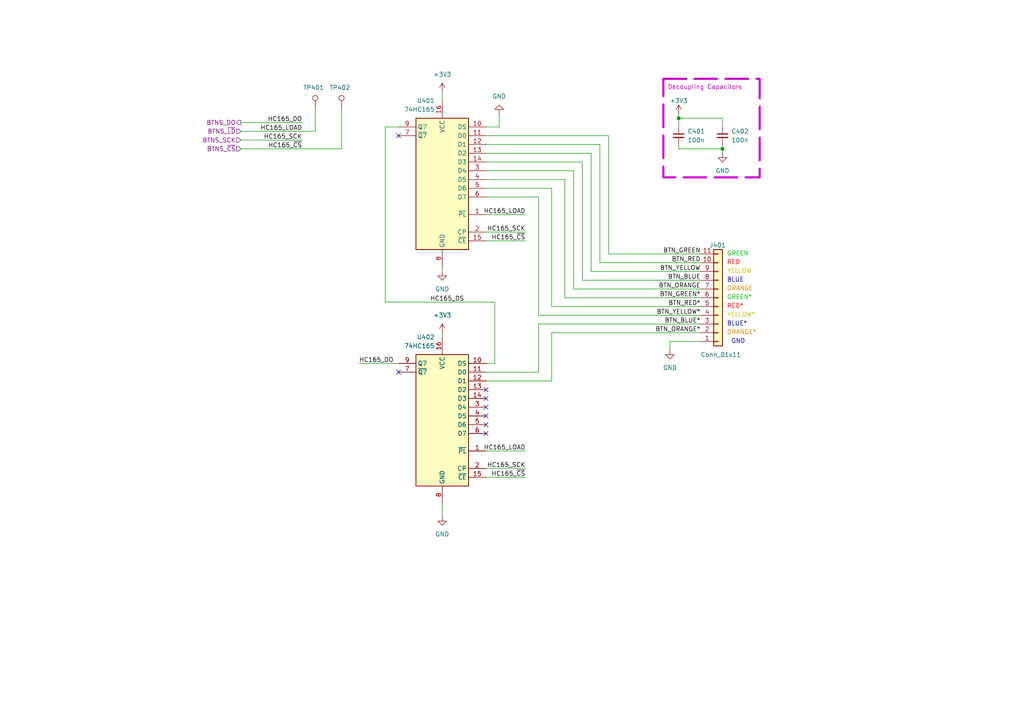
<source format=kicad_sch>
(kicad_sch (version 20231120) (generator "eeschema") (generator_version "8.0")
  (paper "A4")
  (title_block (title "Project Antares - Transmitter Schematic") (date "2024-08-23") (rev "1.0.1") (company "Ourobors Embedded Development") (comment 1 "Pablo Jean Rozario"))
  (lib_symbols
    (symbol "74xx:74HC165"
      (property "Reference" "U" (at -7.62 19.05 0))
      (property "Value" "74HC165" (at -7.62 -21.59 0))
      (symbol "74HC165_1_0"
        (pin input line (at -12.7 -10.16 0) (length 5.08) (name "~{PL}") (number "1"))
        (pin input line (at -12.7 15.24 0) (length 5.08) (name "DS") (number "10"))
        (pin input line (at -12.7 12.7 0) (length 5.08) (name "D0") (number "11"))
        (pin input line (at -12.7 10.16 0) (length 5.08) (name "D1") (number "12"))
        (pin input line (at -12.7 7.62 0) (length 5.08) (name "D2") (number "13"))
        (pin input line (at -12.7 5.08 0) (length 5.08) (name "D3") (number "14"))
        (pin input line (at -12.7 -17.78 0) (length 5.08) (name "~{CE}") (number "15"))
        (pin power_in line (at 0 22.86 270) (length 5.08) (name "VCC") (number "16"))
        (pin input line (at -12.7 -15.24 0) (length 5.08) (name "CP") (number "2"))
        (pin input line (at -12.7 2.54 0) (length 5.08) (name "D4") (number "3"))
        (pin input line (at -12.7 0 0) (length 5.08) (name "D5") (number "4"))
        (pin input line (at -12.7 -2.54 0) (length 5.08) (name "D6") (number "5"))
        (pin input line (at -12.7 -5.08 0) (length 5.08) (name "D7") (number "6"))
        (pin output line (at 12.7 12.7 180) (length 5.08) (name "~{Q7}") (number "7"))
        (pin power_in line (at 0 -25.4 90) (length 5.08) (name "GND") (number "8"))
        (pin output line (at 12.7 15.24 180) (length 5.08) (name "Q7") (number "9"))
      )
      (symbol "74HC165_1_1"
        (rectangle (start -7.62 17.78) (end 7.62 -20.32) (stroke (width 0.254)) (fill (type background)))
      )
    )
    (symbol "Connector:TestPoint" (pin_numbers hide) (pin_names (offset 0.762) hide)
      (property "Reference" "TP" (at 0 6.858 0))
      (property "Value" "TestPoint" (at 0 5.08 0))
      (symbol "TestPoint_0_1"
        (circle (center 0 3.302) (radius 0.762))
      )
      (symbol "TestPoint_1_1"
        (pin passive line (at 0 0 90) (length 2.54) (name "1") (number "1"))
      )
    )
    (symbol "Connector_Generic:Conn_01x11" (pin_names (offset 1.016) hide)
      (property "Reference" "J" (at 0 15.24 0))
      (property "Value" "Conn_01x11" (at 0 -15.24 0))
      (symbol "Conn_01x11_1_1"
        (rectangle (start -1.27 -12.573) (end 0 -12.827) (stroke (width 0.1524)))
        (rectangle (start -1.27 -10.033) (end 0 -10.287) (stroke (width 0.1524)))
        (rectangle (start -1.27 -7.493) (end 0 -7.747) (stroke (width 0.1524)))
        (rectangle (start -1.27 -4.953) (end 0 -5.207) (stroke (width 0.1524)))
        (rectangle (start -1.27 -2.413) (end 0 -2.667) (stroke (width 0.1524)))
        (rectangle (start -1.27 0.127) (end 0 -0.127) (stroke (width 0.1524)))
        (rectangle (start -1.27 2.667) (end 0 2.413) (stroke (width 0.1524)))
        (rectangle (start -1.27 5.207) (end 0 4.953) (stroke (width 0.1524)))
        (rectangle (start -1.27 7.747) (end 0 7.493) (stroke (width 0.1524)))
        (rectangle (start -1.27 10.287) (end 0 10.033) (stroke (width 0.1524)))
        (rectangle (start -1.27 12.827) (end 0 12.573) (stroke (width 0.1524)))
        (rectangle (start -1.27 13.97) (end 1.27 -13.97) (stroke (width 0.254)) (fill (type background)))
        (pin passive line (at -5.08 12.7 0) (length 3.81) (name "Pin_1") (number "1"))
        (pin passive line (at -5.08 -10.16 0) (length 3.81) (name "Pin_10") (number "10"))
        (pin passive line (at -5.08 -12.7 0) (length 3.81) (name "Pin_11") (number "11"))
        (pin passive line (at -5.08 10.16 0) (length 3.81) (name "Pin_2") (number "2"))
        (pin passive line (at -5.08 7.62 0) (length 3.81) (name "Pin_3") (number "3"))
        (pin passive line (at -5.08 5.08 0) (length 3.81) (name "Pin_4") (number "4"))
        (pin passive line (at -5.08 2.54 0) (length 3.81) (name "Pin_5") (number "5"))
        (pin passive line (at -5.08 0 0) (length 3.81) (name "Pin_6") (number "6"))
        (pin passive line (at -5.08 -2.54 0) (length 3.81) (name "Pin_7") (number "7"))
        (pin passive line (at -5.08 -5.08 0) (length 3.81) (name "Pin_8") (number "8"))
        (pin passive line (at -5.08 -7.62 0) (length 3.81) (name "Pin_9") (number "9"))
      )
    )
    (symbol "Device:C_Small" (pin_numbers hide) (pin_names (offset 0.254) hide)
      (property "Reference" "C" (at 0.254 1.778 0))
      (property "Value" "C_Small" (at 0.254 -2.032 0))
      (symbol "C_Small_0_1"
        (polyline (pts (xy -1.524 -0.508) (xy 1.524 -0.508)) (stroke (width 0.3302)))
        (polyline (pts (xy -1.524 0.508) (xy 1.524 0.508)) (stroke (width 0.3048)))
      )
      (symbol "C_Small_1_1"
        (pin passive line (at 0 2.54 270) (length 2.032) (name "~") (number "1"))
        (pin passive line (at 0 -2.54 90) (length 2.032) (name "~") (number "2"))
      )
    )
    (symbol "power:+3V3" (power) (pin_numbers hide) (pin_names (offset 0) hide)
      (property "Value" "+3V3" (at 0 3.556 0))
      (symbol "+3V3_0_1"
        (polyline (pts (xy -0.762 1.27) (xy 0 2.54)))
        (polyline (pts (xy 0 0) (xy 0 2.54)))
        (polyline (pts (xy 0 2.54) (xy 0.762 1.27)))
      )
      (symbol "+3V3_1_1"
        (pin power_in line (at 0 0 90) (length 0) (name "~") (number "1"))
      )
    )
    (symbol "power:GND" (power) (pin_numbers hide) (pin_names (offset 0) hide)
      (property "Value" "GND" (at 0 -3.81 0))
      (symbol "GND_0_1"
        (polyline (pts (xy 0 0) (xy 0 -1.27) (xy 1.27 -1.27) (xy 0 -2.54) (xy -1.27 -1.27) (xy 0 -1.27)))
      )
      (symbol "GND_1_1"
        (pin power_in line (at 0 0 270) (length 0) (name "~") (number "1"))
      )
    )
  )
  (junction (at 209.55 43.18))
  (junction (at 196.85 34.29))
  (no_connect (at 140.97 118.11))
  (no_connect (at 140.97 123.19))
  (no_connect (at 140.97 120.65))
  (no_connect (at 115.57 39.37))
  (no_connect (at 115.57 107.95))
  (no_connect (at 140.97 115.57))
  (no_connect (at 140.97 113.03))
  (no_connect (at 140.97 125.73))
  (wire (pts (xy 176.53 73.66) (xy 203.2 73.66)))
  (wire (pts (xy 140.97 105.41) (xy 143.51 105.41)))
  (wire (pts (xy 156.21 107.95) (xy 140.97 107.95)))
  (wire (pts (xy 196.85 34.29) (xy 196.85 36.83)))
  (wire (pts (xy 128.27 146.05) (xy 128.27 149.86)))
  (wire (pts (xy 91.44 31.75) (xy 91.44 38.1)))
  (wire (pts (xy 128.27 77.47) (xy 128.27 78.74)))
  (wire (pts (xy 160.02 88.9) (xy 203.2 88.9)))
  (wire (pts (xy 69.85 35.56) (xy 87.63 35.56)))
  (wire (pts (xy 209.55 41.91) (xy 209.55 43.18)))
  (wire (pts (xy 140.97 62.23) (xy 152.4 62.23)))
  (wire (pts (xy 203.2 99.06) (xy 194.31 99.06)))
  (wire (pts (xy 140.97 52.07) (xy 163.83 52.07)))
  (wire (pts (xy 140.97 67.31) (xy 152.4 67.31)))
  (wire (pts (xy 196.85 33.02) (xy 196.85 34.29)))
  (wire (pts (xy 168.91 46.99) (xy 140.97 46.99)))
  (wire (pts (xy 156.21 93.98) (xy 203.2 93.98)))
  (wire (pts (xy 171.45 44.45) (xy 140.97 44.45)))
  (wire (pts (xy 156.21 57.15) (xy 156.21 91.44)))
  (wire (pts (xy 111.76 36.83) (xy 115.57 36.83)))
  (wire (pts (xy 176.53 39.37) (xy 140.97 39.37)))
  (wire (pts (xy 168.91 81.28) (xy 203.2 81.28)))
  (wire (pts (xy 173.99 76.2) (xy 203.2 76.2)))
  (wire (pts (xy 99.06 31.75) (xy 99.06 43.18)))
  (wire (pts (xy 209.55 36.83) (xy 209.55 34.29)))
  (wire (pts (xy 140.97 138.43) (xy 152.4 138.43)))
  (wire (pts (xy 160.02 96.52) (xy 160.02 110.49)))
  (wire (pts (xy 143.51 105.41) (xy 143.51 87.63)))
  (wire (pts (xy 209.55 43.18) (xy 209.55 44.45)))
  (wire (pts (xy 194.31 99.06) (xy 194.31 101.6)))
  (wire (pts (xy 140.97 135.89) (xy 152.4 135.89)))
  (wire (pts (xy 196.85 41.91) (xy 196.85 43.18)))
  (wire (pts (xy 140.97 49.53) (xy 166.37 49.53)))
  (wire (pts (xy 160.02 88.9) (xy 160.02 54.61)))
  (wire (pts (xy 156.21 91.44) (xy 203.2 91.44)))
  (wire (pts (xy 140.97 69.85) (xy 152.4 69.85)))
  (wire (pts (xy 173.99 76.2) (xy 173.99 41.91)))
  (wire (pts (xy 69.85 38.1) (xy 91.44 38.1)))
  (wire (pts (xy 128.27 96.52) (xy 128.27 97.79)))
  (wire (pts (xy 168.91 81.28) (xy 168.91 46.99)))
  (wire (pts (xy 160.02 96.52) (xy 203.2 96.52)))
  (wire (pts (xy 163.83 86.36) (xy 203.2 86.36)))
  (wire (pts (xy 160.02 54.61) (xy 140.97 54.61)))
  (wire (pts (xy 144.78 36.83) (xy 140.97 36.83)))
  (wire (pts (xy 163.83 52.07) (xy 163.83 86.36)))
  (wire (pts (xy 171.45 78.74) (xy 171.45 44.45)))
  (wire (pts (xy 144.78 33.02) (xy 144.78 36.83)))
  (wire (pts (xy 176.53 73.66) (xy 176.53 39.37)))
  (wire (pts (xy 128.27 26.67) (xy 128.27 29.21)))
  (wire (pts (xy 140.97 130.81) (xy 152.4 130.81)))
  (wire (pts (xy 140.97 57.15) (xy 156.21 57.15)))
  (wire (pts (xy 69.85 40.64) (xy 87.63 40.64)))
  (wire (pts (xy 171.45 78.74) (xy 203.2 78.74)))
  (wire (pts (xy 160.02 110.49) (xy 140.97 110.49)))
  (wire (pts (xy 166.37 83.82) (xy 203.2 83.82)))
  (wire (pts (xy 143.51 87.63) (xy 111.76 87.63)))
  (wire (pts (xy 69.85 43.18) (xy 99.06 43.18)))
  (wire (pts (xy 111.76 87.63) (xy 111.76 36.83)))
  (wire (pts (xy 156.21 93.98) (xy 156.21 107.95)))
  (wire (pts (xy 209.55 43.18) (xy 196.85 43.18)))
  (wire (pts (xy 173.99 41.91) (xy 140.97 41.91)))
  (wire (pts (xy 104.14 105.41) (xy 115.57 105.41)))
  (wire (pts (xy 166.37 49.53) (xy 166.37 83.82)))
  (wire (pts (xy 209.55 34.29) (xy 196.85 34.29)))
  (rectangle (start 192.405 22.86) (end 220.345 51.435) (stroke (width 0.6) (type dash) (color 194 0 194 1)))
  (text "ORANGE*" (at 210.82 96.52 0) (effects (font (size 1.27 1.27)) (justify left)))
  (text "GREEN" (at 210.82 73.66 0) (effects (font (size 1.27 1.27)) (justify left)))
  (text "YELLOW" (at 210.82 78.74 0) (effects (font (size 1.27 1.27)) (justify left)))
  (text "ORANGE" (at 210.82 83.82 0) (effects (font (size 1.27 1.27)) (justify left)))
  (text "YELLOW*" (at 210.82 91.44 0) (effects (font (size 1.27 1.27)) (justify left)))
  (text "GREEN*" (at 210.82 86.36 0) (effects (font (size 1.27 1.27)) (justify left)))
  (text "BLUE" (at 210.82 81.28 0) (effects (font (size 1.27 1.27)) (justify left)))
  (text "GND" (at 212.09 99.06 0) (effects (font (size 1.27 1.27)) (justify left)))
  (text "Decoupling Capacitors" (at 204.47 25.4 0) (effects (font (size 1.27 1.27))))
  (text "RED" (at 210.82 76.2 0) (effects (font (size 1.27 1.27)) (justify left)))
  (text "RED*" (at 210.82 88.9 0) (effects (font (size 1.27 1.27)) (justify left)))
  (text "BLUE*" (at 210.82 93.98 0) (effects (font (size 1.27 1.27)) (justify left)))
  (label "HC165_SCK" (at 152.4 67.31 180))
  (label "BTN_BLUE*" (at 203.2 93.98 180))
  (label "HC165_DS" (at 134.62 87.63 180))
  (label "HC165_SCK" (at 87.63 40.64 180))
  (label "BTN_YELLOW*" (at 203.2 91.44 180))
  (label "HC165_DO" (at 104.14 105.41 0))
  (label "BTN_GREEN" (at 203.2 73.66 180))
  (label "HC165_LOAD" (at 87.63 38.1 180))
  (label "HC165_~{CS}" (at 87.63 43.18 180))
  (label "HC165_LOAD" (at 152.4 62.23 180))
  (label "HC165_~{CS}" (at 152.4 138.43 180))
  (label "HC165_SCK" (at 152.4 135.89 180))
  (label "HC165_LOAD" (at 152.4 130.81 180))
  (label "BTN_RED*" (at 203.2 88.9 180))
  (label "BTN_GREEN*" (at 203.2 86.36 180))
  (label "BTN_YELLOW" (at 203.2 78.74 180))
  (label "BTN_BLUE" (at 203.2 81.28 180))
  (label "BTN_ORANGE*" (at 203.2 96.52 180))
  (label "BTN_RED" (at 203.2 76.2 180))
  (label "BTN_ORANGE" (at 203.2 83.82 180))
  (label "HC165_~{CS}" (at 152.4 69.85 180))
  (label "HC165_DO" (at 87.63 35.56 180))
  (hierarchical_label "BTNS_~{CS}" (shape input) (at 69.85 43.18 180))
  (hierarchical_label "BTNS_~{LD}" (shape input) (at 69.85 38.1 180))
  (hierarchical_label "BTNS_SCK" (shape input) (at 69.85 40.64 180))
  (hierarchical_label "BTNS_DO" (shape output) (at 69.85 35.56 180))
  (symbol (lib_id "Connector:TestPoint") (at 99.06 31.75 0) (mirror y) (unit 1)
    (property "Reference" "TP402" (at 101.6 25.4 0) (effects (justify left)))
    (property "Value" "TestPoint" (effects (hide yes)))
    (property "Footprint" "TestPoint:TestPoint_Pad_D1.5mm" (effects (hide yes)))
    (property "Description" "test point" (effects (hide yes)))
  )
  (symbol (lib_id "power:+3V3") (at 128.27 96.52 0) (unit 1)
    (property "Reference" "#PWR0403" (effects (hide yes)))
    (property "Value" "+3V3" (at 128.27 91.44 0))
    (property "Description" "Power symbol creates a global label with name \"+3V3\"" (effects (hide yes)))
  )
  (symbol (lib_id "Connector_Generic:Conn_01x11") (at 208.28 86.36 0) (mirror x) (unit 1)
    (property "Reference" "J401" (at 205.74 71.12 0) (effects (justify left)))
    (property "Value" "Conn_01x11" (at 203.2 102.87 0) (effects (justify left)))
    (property "Footprint" "Connector_JST:JST_XA_S11B-XASK-1_1x11_P2.50mm_Horizontal" (effects (hide yes)))
    (property "Description" "Generic connector, single row, 01x11, script generated (kicad-library-utils/schlib/autogen/connector/)" (effects (hide yes)))
    (property "LCSC" "C2845514" (effects (hide yes)))
    (property "PN" "HC-XHB-11AW" (effects (hide yes)))
  )
  (symbol (lib_id "74xx:74HC165") (at 128.27 120.65 0) (mirror y) (unit 1)
    (property "Reference" "U402" (at 126.0759 97.79 0) (effects (justify left)))
    (property "Value" "74HC165" (at 126.0759 100.33 0) (effects (justify left)))
    (property "Footprint" "Package_SO:TSSOP-16_4.4x5mm_P0.65mm" (effects (hide yes)))
    (property "Datasheet" "https://assets.nexperia.com/documents/data-sheet/74HC_HCT165.pdf" (effects (hide yes)))
    (property "Description" "Shift Register, 8-bit, Parallel Load" (effects (hide yes)))
    (property "LCSC" "C80696" (effects (hide yes)))
    (property "PN" "74HC165PW,118" (effects (hide yes)))
  )
  (symbol (lib_id "power:+3V3") (at 128.27 26.67 0) (unit 1)
    (property "Reference" "#PWR0402" (effects (hide yes)))
    (property "Value" "+3V3" (at 128.27 21.59 0))
    (property "Description" "Power symbol creates a global label with name \"+3V3\"" (effects (hide yes)))
  )
  (symbol (lib_id "power:GND") (at 209.55 44.45 0) (unit 1)
    (property "Reference" "#PWR0408" (effects (hide yes)))
    (property "Value" "GND" (at 209.55 49.53 0))
    (property "Description" "Power symbol creates a global label with name \"GND\" , ground" (effects (hide yes)))
  )
  (symbol (lib_id "Device:C_Small") (at 209.55 39.37 0) (unit 1)
    (property "Reference" "C402" (at 212.09 38.1062 0) (effects (justify left)))
    (property "Value" "100n" (at 212.09 40.6462 0) (effects (justify left)))
    (property "Footprint" "Capacitor_SMD:C_0603_1608Metric" (effects (hide yes)))
    (property "Description" "Unpolarized capacitor, small symbol" (effects (hide yes)))
    (property "LCSC" "C14663" (effects (hide yes)))
    (property "PN" "CC0603KRX7R9BB104" (effects (hide yes)))
  )
  (symbol (lib_id "power:GND") (at 128.27 149.86 0) (mirror y) (unit 1)
    (property "Reference" "#PWR0405" (effects (hide yes)))
    (property "Value" "GND" (at 128.27 154.94 0))
    (property "Description" "Power symbol creates a global label with name \"GND\" , ground" (effects (hide yes)))
  )
  (symbol (lib_id "74xx:74HC165") (at 128.27 52.07 0) (mirror y) (unit 1)
    (property "Reference" "U401" (at 126.0759 29.21 0) (effects (justify left)))
    (property "Value" "74HC165" (at 126.0759 31.75 0) (effects (justify left)))
    (property "Footprint" "Package_SO:TSSOP-16_4.4x5mm_P0.65mm" (effects (hide yes)))
    (property "Datasheet" "https://assets.nexperia.com/documents/data-sheet/74HC_HCT165.pdf" (effects (hide yes)))
    (property "Description" "Shift Register, 8-bit, Parallel Load" (effects (hide yes)))
    (property "LCSC" "C80696" (effects (hide yes)))
    (property "PN" "74HC165PW,118" (effects (hide yes)))
  )
  (symbol (lib_id "power:+3V3") (at 196.85 33.02 0) (unit 1)
    (property "Reference" "#PWR0407" (effects (hide yes)))
    (property "Value" "+3V3" (at 196.85 29.21 0))
    (property "Description" "Power symbol creates a global label with name \"+3V3\"" (effects (hide yes)))
  )
  (symbol (lib_id "Device:C_Small") (at 196.85 39.37 0) (unit 1)
    (property "Reference" "C401" (at 199.39 38.1062 0) (effects (justify left)))
    (property "Value" "100n" (at 199.39 40.6462 0) (effects (justify left)))
    (property "Footprint" "Capacitor_SMD:C_0603_1608Metric" (effects (hide yes)))
    (property "Description" "Unpolarized capacitor, small symbol" (effects (hide yes)))
    (property "LCSC" "C14663" (effects (hide yes)))
    (property "PN" "CC0603KRX7R9BB104" (effects (hide yes)))
  )
  (symbol (lib_id "power:GND") (at 194.31 101.6 0) (mirror y) (unit 1)
    (property "Reference" "#PWR0404" (effects (hide yes)))
    (property "Value" "GND" (at 194.31 106.68 0))
    (property "Description" "Power symbol creates a global label with name \"GND\" , ground" (effects (hide yes)))
  )
  (symbol (lib_id "power:GND") (at 128.27 78.74 0) (mirror y) (unit 1)
    (property "Reference" "#PWR0401" (effects (hide yes)))
    (property "Value" "GND" (at 128.27 83.82 0))
    (property "Description" "Power symbol creates a global label with name \"GND\" , ground" (effects (hide yes)))
  )
  (symbol (lib_id "power:GND") (at 144.78 33.02 0) (mirror x) (unit 1)
    (property "Reference" "#PWR0406" (effects (hide yes)))
    (property "Value" "GND" (at 144.78 27.94 0))
    (property "Description" "Power symbol creates a global label with name \"GND\" , ground" (effects (hide yes)))
  )
  (symbol (lib_id "Connector:TestPoint") (at 91.44 31.75 0) (mirror y) (unit 1)
    (property "Reference" "TP401" (at 93.98 25.4 0) (effects (justify left)))
    (property "Value" "TestPoint" (effects (hide yes)))
    (property "Footprint" "TestPoint:TestPoint_Pad_D1.5mm" (effects (hide yes)))
    (property "Description" "test point" (effects (hide yes)))
  )
)
</source>
